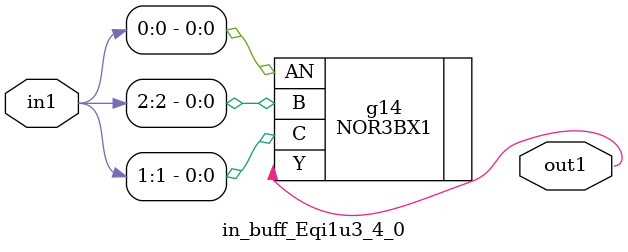
<source format=v>
`timescale 1ps / 1ps


module in_buff_Eqi1u3_4_0(in1, out1);
  input [2:0] in1;
  output out1;
  wire [2:0] in1;
  wire out1;
  NOR3BX1 g14(.AN (in1[0]), .B (in1[2]), .C (in1[1]), .Y (out1));
endmodule



</source>
